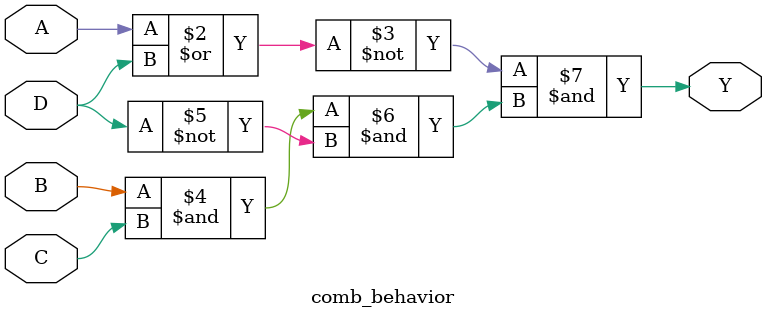
<source format=v>

`timescale 1 ns / 1 ns

module comb_behavior(Y, A, B, C, D);
  output reg Y;
  input A, B, C, D;
  
  always @ (*)
  begin
    Y <= (~(A|D))&(B&C&(~D));
  end
endmodule

</source>
